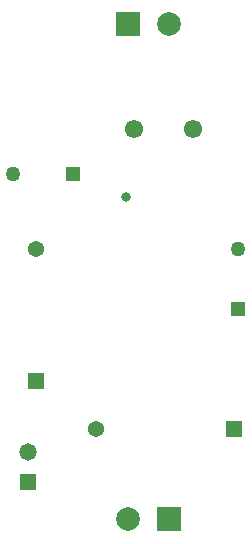
<source format=gbr>
G04*
G04 #@! TF.GenerationSoftware,Altium Limited,Altium Designer,22.4.2 (48)*
G04*
G04 Layer_Color=16711935*
%FSLAX44Y44*%
%MOMM*%
G71*
G04*
G04 #@! TF.SameCoordinates,4A528D61-7CE6-41CA-A9B8-15A1ED942E6C*
G04*
G04*
G04 #@! TF.FilePolarity,Negative*
G04*
G01*
G75*
%ADD15C,2.0032*%
%ADD16R,2.0032X2.0032*%
%ADD17R,1.4732X1.4732*%
%ADD18C,1.4732*%
%ADD19C,1.5532*%
%ADD20R,1.2632X1.2632*%
%ADD21C,1.2632*%
%ADD22R,1.2632X1.2632*%
%ADD23R,1.3716X1.3716*%
%ADD24C,1.3716*%
%ADD25R,1.3716X1.3716*%
%ADD26C,0.8032*%
D15*
X423900Y723900D02*
D03*
X388900Y304800D02*
D03*
D16*
Y723900D02*
D03*
X423900Y304800D02*
D03*
D17*
X304800Y336550D02*
D03*
D18*
Y361950D02*
D03*
D19*
X394100Y635000D02*
D03*
X444100D02*
D03*
D20*
X342900Y596900D02*
D03*
D21*
X292100D02*
D03*
X482600Y533400D02*
D03*
D22*
Y482600D02*
D03*
D23*
X311150Y422148D02*
D03*
D24*
Y533400D02*
D03*
X361950Y381000D02*
D03*
D25*
X478790D02*
D03*
D26*
X387350Y577850D02*
D03*
M02*

</source>
